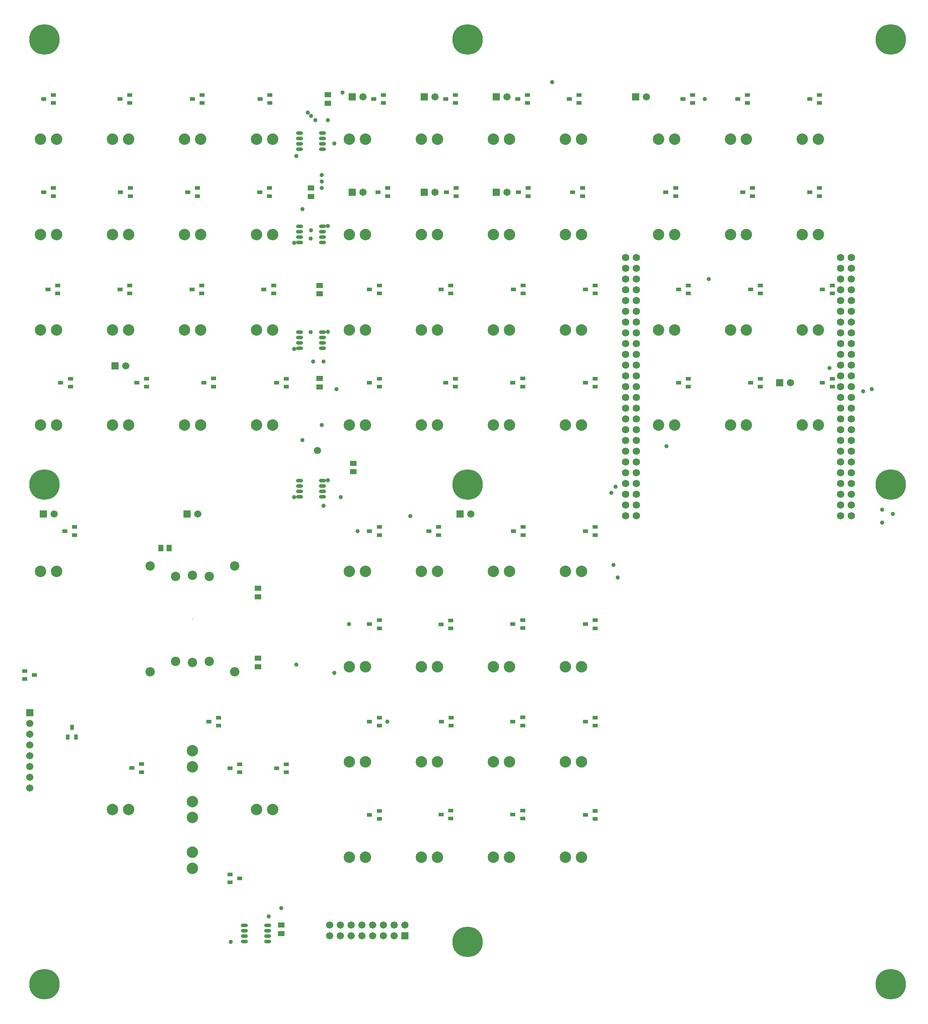
<source format=gbr>
%FSTAX23Y23*%
%MOIN*%
%SFA1B1*%

%IPPOS*%
%ADD33C,0.106425*%
%ADD34C,0.067055*%
%ADD35R,0.067055X0.067055*%
%ADD36C,0.068000*%
%ADD37R,0.067055X0.067055*%
%ADD38C,0.008000*%
%ADD39C,0.086740*%
%ADD40C,0.283590*%
%ADD41C,0.039496*%
%ADD42C,0.067055*%
%ADD45R,0.049338X0.033590*%
%ADD46R,0.033590X0.049338*%
%ADD47R,0.045401X0.063118*%
%ADD48R,0.063118X0.045401*%
%ADD49O,0.065086X0.031622*%
%LNkeyboardmain_soldermask_top-1*%
%LPD*%
G54D33*
X06066Y08051D03*
X06216D03*
X07405Y05393D03*
X07555D03*
X01732Y01746D03*
Y01895D03*
X07405Y06279D03*
X07555D03*
X07405Y07165D03*
X07555D03*
X07405Y08051D03*
X07555D03*
X06736Y05393D03*
X06885D03*
X06736Y06279D03*
X06885D03*
X06736Y07165D03*
X06885D03*
X06736Y08051D03*
X06885D03*
X06066Y05393D03*
X06216D03*
X06066Y06279D03*
X06216D03*
X06066Y07165D03*
X06216D03*
X052Y05393D03*
X0535D03*
X04531D03*
X04681D03*
X03862D03*
X04011D03*
X03192D03*
X03342D03*
X052Y06279D03*
X0535D03*
X04531D03*
X04681D03*
X03862D03*
X04011D03*
X03192D03*
X03342D03*
X052Y07165D03*
X0535D03*
X04531D03*
X04681D03*
X03862D03*
X04011D03*
X03192D03*
X03342D03*
X052Y08051D03*
X0535D03*
X04531D03*
X04681D03*
X03862D03*
X04011D03*
X03192D03*
X03342D03*
X052Y04035D03*
X0535D03*
X052Y03149D03*
X0535D03*
X052Y02263D03*
X0535D03*
X052Y01377D03*
X0535D03*
X04531D03*
X04681D03*
X03862D03*
X04011D03*
X04531Y04035D03*
X04681D03*
X03862D03*
X04011D03*
X03192D03*
X03342D03*
X04531Y03149D03*
X04681D03*
X03862D03*
X04011D03*
X03192D03*
X03342D03*
X04531Y02263D03*
X04681D03*
X03862D03*
X04011D03*
X03192D03*
X03342D03*
X03192Y01377D03*
X03342D03*
X01732Y01273D03*
Y01423D03*
Y02218D03*
Y02368D03*
X02326Y0182D03*
X02476D03*
X00988D03*
X01137D03*
X00318Y04035D03*
X00468D03*
X02326Y05393D03*
X02476D03*
X01657D03*
X01807D03*
X00988D03*
X01137D03*
X00318D03*
X00468D03*
X02326Y06279D03*
X02476D03*
X01657D03*
X01807D03*
X00988D03*
X01137D03*
X00318D03*
X00468D03*
X02326Y07165D03*
X02476D03*
X01657D03*
X01807D03*
X00988D03*
X01137D03*
X00318D03*
X00468D03*
X02326Y08051D03*
X02476D03*
X01657D03*
X01807D03*
X00988D03*
X01137D03*
X00318D03*
X00468D03*
G54D34*
X01112Y05944D03*
X03707Y00749D03*
X03607Y00649D03*
Y00749D03*
X03507Y00649D03*
Y00749D03*
X03407Y00649D03*
Y00749D03*
X03307Y00649D03*
Y00749D03*
X03207Y00649D03*
Y00749D03*
X03107Y00649D03*
Y00749D03*
X03007Y00649D03*
Y00749D03*
X00216Y02621D03*
Y02521D03*
Y02421D03*
Y02321D03*
Y02221D03*
Y02121D03*
Y02021D03*
X04321Y04566D03*
X01782D03*
X00443D03*
X07294Y05787D03*
X04656Y07559D03*
X03987D03*
X03317D03*
X05955Y08444D03*
X04656D03*
X03987D03*
X03317D03*
G54D35*
X01012Y05944D03*
X03707Y00649D03*
X04221Y04566D03*
X01682D03*
X00343D03*
X07194Y05787D03*
X04556Y07559D03*
X03887D03*
X03217D03*
X05855Y08444D03*
X04556D03*
X03887D03*
X03217D03*
G54D36*
X07861Y06951D03*
X07761D03*
X07861Y06851D03*
X07761D03*
X07861Y06751D03*
X07761D03*
X07861Y06651D03*
X07761D03*
X07861Y06551D03*
X07761D03*
X07861Y06451D03*
X07761D03*
X07861Y06351D03*
X07761D03*
X07861Y06251D03*
X07761D03*
X07861Y06151D03*
X07761D03*
X07861Y06051D03*
X07761D03*
X07861Y05951D03*
X07761D03*
X07861Y05851D03*
X07761D03*
X07861Y05751D03*
X07761D03*
X07861Y05651D03*
X07761D03*
X07861Y05551D03*
X07761D03*
X07861Y05451D03*
X07761D03*
X07861Y05351D03*
X07761D03*
X07861Y05251D03*
X07761D03*
X07861Y05151D03*
X07761D03*
X07861Y05051D03*
X07761D03*
X07861Y04951D03*
X07761D03*
X07861Y04851D03*
X07761D03*
X07861Y04751D03*
X07761D03*
X07861Y04651D03*
X07761D03*
X07861Y04551D03*
X07761D03*
X05861Y06951D03*
X05761D03*
X05861Y06851D03*
X05761D03*
X05861Y06751D03*
X05761D03*
X05861Y06651D03*
X05761D03*
X05861Y06551D03*
X05761D03*
X05861Y06451D03*
X05761D03*
X05861Y06351D03*
X05761D03*
X05861Y06251D03*
X05761D03*
X05861Y06151D03*
X05761D03*
X05861Y06051D03*
X05761D03*
X05861Y05951D03*
X05761D03*
X05861Y05851D03*
X05761D03*
X05861Y05751D03*
X05761D03*
X05861Y05651D03*
X05761D03*
X05861Y05551D03*
X05761D03*
X05861Y05451D03*
X05761D03*
X05861Y05351D03*
X05761D03*
X05861Y05251D03*
X05761D03*
X05861Y05151D03*
X05761D03*
X05861Y05051D03*
X05761D03*
X05861Y04951D03*
X05761D03*
X05861Y04851D03*
X05761D03*
X05861Y04751D03*
X05761D03*
X05861Y04651D03*
X05761D03*
X05861Y04551D03*
X05761D03*
G54D37*
X00216Y02721D03*
G54D38*
X01732Y03592D03*
G54D39*
X01889Y03198D03*
X01574D03*
X01889Y03986D03*
X01574D03*
X01732Y03188D03*
Y03996D03*
X02125Y04084D03*
X01338D03*
X02125Y031D03*
X01338D03*
G54D40*
X00354Y08976D03*
Y04842D03*
Y00196D03*
X04291Y08976D03*
Y04842D03*
Y0059D03*
X08228Y00196D03*
Y04842D03*
Y08976D03*
G54D41*
X07657Y05925D03*
X06496Y08425D03*
X06535Y06751D03*
X02755Y05255D03*
X06141Y05196D03*
X05078Y08582D03*
X03129Y08484D03*
X02933Y07716D03*
X02933Y07657D03*
Y07598D03*
X05669Y04822D03*
X05629Y04763D03*
X05688Y03976D03*
X05649Y04094D03*
X02696Y03169D03*
X08149Y04606D03*
X03051Y0309D03*
X0311Y04724D03*
X08051Y05728D03*
X03543Y02637D03*
X03759Y04547D03*
X03188Y03543D03*
X03267Y04409D03*
X02933Y05393D03*
X03051Y08011D03*
X0307Y05728D03*
X07972Y05708D03*
X08248Y04566D03*
X08149Y04488D03*
X02677Y07086D03*
Y06102D03*
Y04724D03*
X02086Y0059D03*
X02696Y07893D03*
X02832Y06257D03*
X02952Y05984D03*
X02854D03*
X02755Y07401D03*
X0283Y07128D03*
X02834Y07204D03*
X02991Y0626D03*
X02992Y07244D03*
Y04881D03*
X0244Y00826D03*
X02992Y08228D03*
X02559Y00905D03*
X02952Y04645D03*
X02803Y08297D03*
X02834Y08267D03*
X02874Y08228D03*
G54D42*
X02893Y05157D03*
G54D45*
X00171Y03108D03*
Y03033D03*
X00261Y0307D03*
X05478Y01734D03*
Y01809D03*
X05387Y01771D03*
X04803Y01736D03*
Y01811D03*
X04712Y01773D03*
X04133Y01736D03*
Y01811D03*
X04043Y01773D03*
X0347Y01734D03*
Y01809D03*
X03379Y01771D03*
X0208Y01218D03*
Y01143D03*
X02171Y01181D03*
X05478Y026D03*
Y02675D03*
X05387Y02637D03*
X04803Y02602D03*
Y02677D03*
X04712Y02639D03*
X04139Y026D03*
Y02675D03*
X04049Y02637D03*
X0347Y026D03*
Y02675D03*
X03379Y02637D03*
X02604Y02167D03*
Y02242D03*
X02513Y02204D03*
X02171Y02167D03*
Y02242D03*
X0208Y02204D03*
X01259Y02169D03*
Y02244D03*
X01169Y02206D03*
X05478Y03505D03*
Y0358D03*
X05387Y03543D03*
X04803Y03507D03*
Y03582D03*
X04712Y03545D03*
X04133Y03503D03*
Y03578D03*
X04043Y03541D03*
X0347Y03505D03*
Y0358D03*
X03379Y03543D03*
X01974Y026D03*
Y02675D03*
X01883Y02637D03*
X05478Y04372D03*
Y04446D03*
X05387Y04409D03*
X04809Y04372D03*
Y04446D03*
X04718Y04409D03*
X04021Y04372D03*
Y04446D03*
X03931Y04409D03*
X0347Y04372D03*
Y04446D03*
X03379Y04409D03*
X00635Y04372D03*
Y04446D03*
X00545Y04409D03*
X07683Y0575D03*
Y05824D03*
X07592Y05787D03*
X07013Y0575D03*
Y05824D03*
X06923Y05787D03*
X06344Y0575D03*
Y05824D03*
X06253Y05787D03*
X05478Y0575D03*
Y05824D03*
X05387Y05787D03*
X04803Y05751D03*
Y05826D03*
X04712Y05789D03*
X04179Y0575D03*
Y05824D03*
X04088Y05787D03*
X0347Y0575D03*
Y05824D03*
X03379Y05787D03*
X02604Y0575D03*
Y05824D03*
X02513Y05787D03*
X01929Y05751D03*
Y05826D03*
X01838Y05789D03*
X01305Y0575D03*
Y05824D03*
X01214Y05787D03*
X00596Y0575D03*
Y05824D03*
X00505Y05787D03*
X07683Y06616D03*
Y0669D03*
X07592Y06653D03*
X07013Y06616D03*
Y0669D03*
X06923Y06653D03*
X06344Y06616D03*
Y0669D03*
X06253Y06653D03*
X05478Y06616D03*
Y0669D03*
X05387Y06653D03*
X04809Y06616D03*
Y0669D03*
X04718Y06653D03*
X04133Y06618D03*
Y06692D03*
X04043Y06655D03*
X0347Y06616D03*
Y0669D03*
X03379Y06653D03*
X02486Y06616D03*
Y0669D03*
X02395Y06653D03*
X01816Y06616D03*
Y0669D03*
X01726Y06653D03*
X01147Y06616D03*
Y0669D03*
X01057Y06653D03*
X00478Y06616D03*
Y0669D03*
X00387Y06653D03*
X07564Y07521D03*
Y07596D03*
X07474Y07559D03*
X0694Y07521D03*
Y07596D03*
X0685Y07559D03*
X06226Y07521D03*
Y07596D03*
X06135Y07559D03*
X0536Y07521D03*
Y07596D03*
X05269Y07559D03*
X04854Y07521D03*
Y07596D03*
X04763Y07559D03*
X04185Y07521D03*
Y07596D03*
X04094Y07559D03*
X03549Y07521D03*
Y07596D03*
X03458Y07559D03*
X02446Y07521D03*
Y07596D03*
X02356Y07559D03*
X01777Y07521D03*
Y07596D03*
X01687Y07559D03*
X01153Y07521D03*
Y07596D03*
X01062Y07559D03*
X00438Y07521D03*
Y07596D03*
X00348Y07559D03*
X07564Y08387D03*
Y08462D03*
X07474Y08425D03*
X06895Y08387D03*
Y08462D03*
X06805Y08425D03*
X06383Y08387D03*
Y08462D03*
X06293Y08425D03*
X05326Y08387D03*
Y08462D03*
X05236Y08425D03*
X04848Y08387D03*
Y08462D03*
X04757Y08425D03*
X04179Y08387D03*
Y08462D03*
X04088Y08425D03*
X03509Y08387D03*
Y08462D03*
X03419Y08425D03*
X02452Y08387D03*
Y08462D03*
X02362Y08425D03*
X01822Y08387D03*
Y08462D03*
X01732Y08425D03*
X01147Y08387D03*
Y08462D03*
X01057Y08425D03*
X00438Y08387D03*
Y08462D03*
X00348Y08425D03*
G54D46*
X00572Y02494D03*
X00647D03*
X0061Y02584D03*
G54D47*
X01437Y04251D03*
X01515D03*
G54D48*
X02342Y03799D03*
Y03877D03*
Y03228D03*
Y03149D03*
X02559Y00748D03*
Y00669D03*
X02913Y05826D03*
Y05748D03*
Y06692D03*
Y06614D03*
X02834Y07598D03*
Y07519D03*
X02992Y08464D03*
Y08385D03*
X03228Y0496D03*
Y05039D03*
G54D49*
X0243Y00594D03*
Y00644D03*
Y00694D03*
Y00744D03*
X02215Y00594D03*
Y00644D03*
Y00694D03*
Y00744D03*
X02941Y04728D03*
Y04778D03*
Y04828D03*
Y04878D03*
X02727Y04728D03*
Y04778D03*
Y04828D03*
Y04878D03*
X02941Y06106D03*
Y06156D03*
Y06206D03*
Y06256D03*
X02727Y06106D03*
Y06156D03*
Y06206D03*
Y06256D03*
X02941Y0709D03*
Y0714D03*
Y0719D03*
Y0724D03*
X02727Y0709D03*
Y0714D03*
Y0719D03*
Y0724D03*
X02941Y07956D03*
Y08006D03*
Y08056D03*
Y08106D03*
X02727Y07956D03*
Y08006D03*
Y08056D03*
Y08106D03*
M02*
</source>
